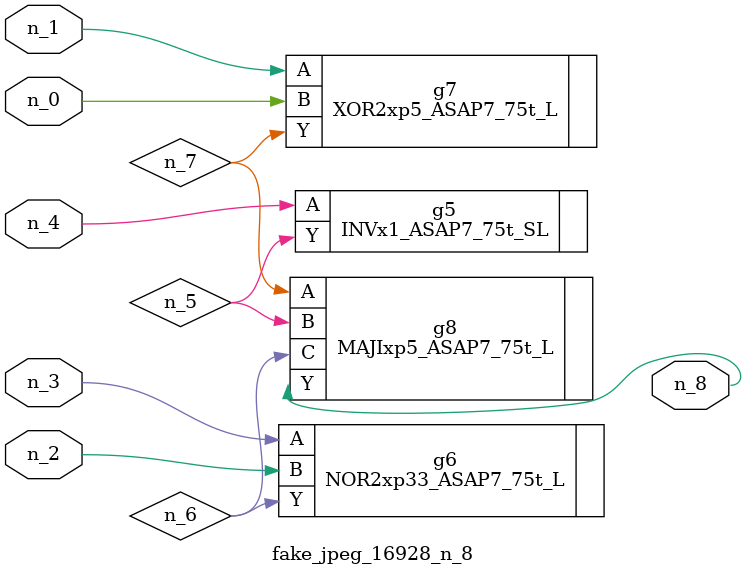
<source format=v>
module fake_jpeg_16928_n_8 (n_3, n_2, n_1, n_0, n_4, n_8);

input n_3;
input n_2;
input n_1;
input n_0;
input n_4;

output n_8;

wire n_6;
wire n_5;
wire n_7;

INVx1_ASAP7_75t_SL g5 ( 
.A(n_4),
.Y(n_5)
);

NOR2xp33_ASAP7_75t_L g6 ( 
.A(n_3),
.B(n_2),
.Y(n_6)
);

XOR2xp5_ASAP7_75t_L g7 ( 
.A(n_1),
.B(n_0),
.Y(n_7)
);

MAJIxp5_ASAP7_75t_L g8 ( 
.A(n_7),
.B(n_5),
.C(n_6),
.Y(n_8)
);


endmodule
</source>
